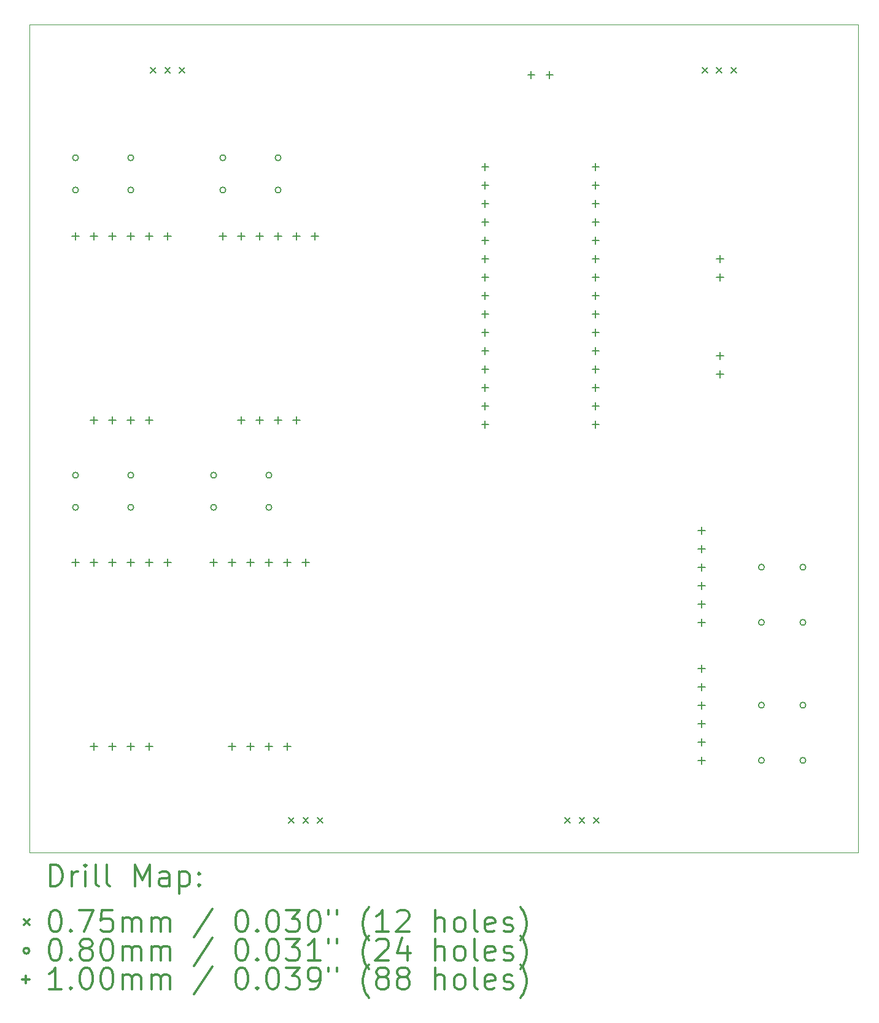
<source format=gbr>
%FSLAX45Y45*%
G04 Gerber Fmt 4.5, Leading zero omitted, Abs format (unit mm)*
G04 Created by KiCad (PCBNEW (5.1.9)-1) date 2022-03-02 13:08:37*
%MOMM*%
%LPD*%
G01*
G04 APERTURE LIST*
%TA.AperFunction,Profile*%
%ADD10C,0.050000*%
%TD*%
%ADD11C,0.200000*%
%ADD12C,0.300000*%
G04 APERTURE END LIST*
D10*
X12636500Y-1206500D02*
X1206500Y-1206500D01*
X12636500Y-12636500D02*
X12636500Y-1206500D01*
X1206500Y-1206500D02*
X1206500Y-12636500D01*
X12636500Y-12636500D02*
X1206500Y-12636500D01*
D11*
X2874000Y-1804000D02*
X2949000Y-1879000D01*
X2949000Y-1804000D02*
X2874000Y-1879000D01*
X3074000Y-1804000D02*
X3149000Y-1879000D01*
X3149000Y-1804000D02*
X3074000Y-1879000D01*
X3274000Y-1804000D02*
X3349000Y-1879000D01*
X3349000Y-1804000D02*
X3274000Y-1879000D01*
X4779000Y-12154500D02*
X4854000Y-12229500D01*
X4854000Y-12154500D02*
X4779000Y-12229500D01*
X4979000Y-12154500D02*
X5054000Y-12229500D01*
X5054000Y-12154500D02*
X4979000Y-12229500D01*
X5179000Y-12154500D02*
X5254000Y-12229500D01*
X5254000Y-12154500D02*
X5179000Y-12229500D01*
X8589000Y-12154500D02*
X8664000Y-12229500D01*
X8664000Y-12154500D02*
X8589000Y-12229500D01*
X8789000Y-12154500D02*
X8864000Y-12229500D01*
X8864000Y-12154500D02*
X8789000Y-12229500D01*
X8989000Y-12154500D02*
X9064000Y-12229500D01*
X9064000Y-12154500D02*
X8989000Y-12229500D01*
X10484500Y-1804000D02*
X10559500Y-1879000D01*
X10559500Y-1804000D02*
X10484500Y-1879000D01*
X10684500Y-1804000D02*
X10759500Y-1879000D01*
X10759500Y-1804000D02*
X10684500Y-1879000D01*
X10884500Y-1804000D02*
X10959500Y-1879000D01*
X10959500Y-1804000D02*
X10884500Y-1879000D01*
X1881500Y-3048000D02*
G75*
G03*
X1881500Y-3048000I-40000J0D01*
G01*
X1881500Y-3492500D02*
G75*
G03*
X1881500Y-3492500I-40000J0D01*
G01*
X1881500Y-7429500D02*
G75*
G03*
X1881500Y-7429500I-40000J0D01*
G01*
X1881500Y-7874000D02*
G75*
G03*
X1881500Y-7874000I-40000J0D01*
G01*
X2643500Y-3048000D02*
G75*
G03*
X2643500Y-3048000I-40000J0D01*
G01*
X2643500Y-3492500D02*
G75*
G03*
X2643500Y-3492500I-40000J0D01*
G01*
X2643500Y-7429500D02*
G75*
G03*
X2643500Y-7429500I-40000J0D01*
G01*
X2643500Y-7874000D02*
G75*
G03*
X2643500Y-7874000I-40000J0D01*
G01*
X3786500Y-7429500D02*
G75*
G03*
X3786500Y-7429500I-40000J0D01*
G01*
X3786500Y-7874000D02*
G75*
G03*
X3786500Y-7874000I-40000J0D01*
G01*
X3913500Y-3048000D02*
G75*
G03*
X3913500Y-3048000I-40000J0D01*
G01*
X3913500Y-3492500D02*
G75*
G03*
X3913500Y-3492500I-40000J0D01*
G01*
X4548500Y-7429500D02*
G75*
G03*
X4548500Y-7429500I-40000J0D01*
G01*
X4548500Y-7874000D02*
G75*
G03*
X4548500Y-7874000I-40000J0D01*
G01*
X4675500Y-3048000D02*
G75*
G03*
X4675500Y-3048000I-40000J0D01*
G01*
X4675500Y-3492500D02*
G75*
G03*
X4675500Y-3492500I-40000J0D01*
G01*
X11343000Y-8699500D02*
G75*
G03*
X11343000Y-8699500I-40000J0D01*
G01*
X11343000Y-9461500D02*
G75*
G03*
X11343000Y-9461500I-40000J0D01*
G01*
X11343000Y-10604500D02*
G75*
G03*
X11343000Y-10604500I-40000J0D01*
G01*
X11343000Y-11366500D02*
G75*
G03*
X11343000Y-11366500I-40000J0D01*
G01*
X11914500Y-8699500D02*
G75*
G03*
X11914500Y-8699500I-40000J0D01*
G01*
X11914500Y-9461500D02*
G75*
G03*
X11914500Y-9461500I-40000J0D01*
G01*
X11914500Y-10604500D02*
G75*
G03*
X11914500Y-10604500I-40000J0D01*
G01*
X11914500Y-11366500D02*
G75*
G03*
X11914500Y-11366500I-40000J0D01*
G01*
X1841500Y-4077500D02*
X1841500Y-4177500D01*
X1791500Y-4127500D02*
X1891500Y-4127500D01*
X1841500Y-8586000D02*
X1841500Y-8686000D01*
X1791500Y-8636000D02*
X1891500Y-8636000D01*
X2095500Y-4077500D02*
X2095500Y-4177500D01*
X2045500Y-4127500D02*
X2145500Y-4127500D01*
X2095500Y-6617500D02*
X2095500Y-6717500D01*
X2045500Y-6667500D02*
X2145500Y-6667500D01*
X2095500Y-8586000D02*
X2095500Y-8686000D01*
X2045500Y-8636000D02*
X2145500Y-8636000D01*
X2095500Y-11126000D02*
X2095500Y-11226000D01*
X2045500Y-11176000D02*
X2145500Y-11176000D01*
X2349500Y-4077500D02*
X2349500Y-4177500D01*
X2299500Y-4127500D02*
X2399500Y-4127500D01*
X2349500Y-6617500D02*
X2349500Y-6717500D01*
X2299500Y-6667500D02*
X2399500Y-6667500D01*
X2349500Y-8586000D02*
X2349500Y-8686000D01*
X2299500Y-8636000D02*
X2399500Y-8636000D01*
X2349500Y-11126000D02*
X2349500Y-11226000D01*
X2299500Y-11176000D02*
X2399500Y-11176000D01*
X2603500Y-4077500D02*
X2603500Y-4177500D01*
X2553500Y-4127500D02*
X2653500Y-4127500D01*
X2603500Y-6617500D02*
X2603500Y-6717500D01*
X2553500Y-6667500D02*
X2653500Y-6667500D01*
X2603500Y-8586000D02*
X2603500Y-8686000D01*
X2553500Y-8636000D02*
X2653500Y-8636000D01*
X2603500Y-11126000D02*
X2603500Y-11226000D01*
X2553500Y-11176000D02*
X2653500Y-11176000D01*
X2857500Y-4077500D02*
X2857500Y-4177500D01*
X2807500Y-4127500D02*
X2907500Y-4127500D01*
X2857500Y-6617500D02*
X2857500Y-6717500D01*
X2807500Y-6667500D02*
X2907500Y-6667500D01*
X2857500Y-8586000D02*
X2857500Y-8686000D01*
X2807500Y-8636000D02*
X2907500Y-8636000D01*
X2857500Y-11126000D02*
X2857500Y-11226000D01*
X2807500Y-11176000D02*
X2907500Y-11176000D01*
X3111500Y-4077500D02*
X3111500Y-4177500D01*
X3061500Y-4127500D02*
X3161500Y-4127500D01*
X3111500Y-8586000D02*
X3111500Y-8686000D01*
X3061500Y-8636000D02*
X3161500Y-8636000D01*
X3746500Y-8586000D02*
X3746500Y-8686000D01*
X3696500Y-8636000D02*
X3796500Y-8636000D01*
X3873500Y-4077500D02*
X3873500Y-4177500D01*
X3823500Y-4127500D02*
X3923500Y-4127500D01*
X4000500Y-8586000D02*
X4000500Y-8686000D01*
X3950500Y-8636000D02*
X4050500Y-8636000D01*
X4000500Y-11126000D02*
X4000500Y-11226000D01*
X3950500Y-11176000D02*
X4050500Y-11176000D01*
X4127500Y-4077500D02*
X4127500Y-4177500D01*
X4077500Y-4127500D02*
X4177500Y-4127500D01*
X4127500Y-6617500D02*
X4127500Y-6717500D01*
X4077500Y-6667500D02*
X4177500Y-6667500D01*
X4254500Y-8586000D02*
X4254500Y-8686000D01*
X4204500Y-8636000D02*
X4304500Y-8636000D01*
X4254500Y-11126000D02*
X4254500Y-11226000D01*
X4204500Y-11176000D02*
X4304500Y-11176000D01*
X4381500Y-4077500D02*
X4381500Y-4177500D01*
X4331500Y-4127500D02*
X4431500Y-4127500D01*
X4381500Y-6617500D02*
X4381500Y-6717500D01*
X4331500Y-6667500D02*
X4431500Y-6667500D01*
X4508500Y-8586000D02*
X4508500Y-8686000D01*
X4458500Y-8636000D02*
X4558500Y-8636000D01*
X4508500Y-11126000D02*
X4508500Y-11226000D01*
X4458500Y-11176000D02*
X4558500Y-11176000D01*
X4635500Y-4077500D02*
X4635500Y-4177500D01*
X4585500Y-4127500D02*
X4685500Y-4127500D01*
X4635500Y-6617500D02*
X4635500Y-6717500D01*
X4585500Y-6667500D02*
X4685500Y-6667500D01*
X4762500Y-8586000D02*
X4762500Y-8686000D01*
X4712500Y-8636000D02*
X4812500Y-8636000D01*
X4762500Y-11126000D02*
X4762500Y-11226000D01*
X4712500Y-11176000D02*
X4812500Y-11176000D01*
X4889500Y-4077500D02*
X4889500Y-4177500D01*
X4839500Y-4127500D02*
X4939500Y-4127500D01*
X4889500Y-6617500D02*
X4889500Y-6717500D01*
X4839500Y-6667500D02*
X4939500Y-6667500D01*
X5016500Y-8586000D02*
X5016500Y-8686000D01*
X4966500Y-8636000D02*
X5066500Y-8636000D01*
X5143500Y-4077500D02*
X5143500Y-4177500D01*
X5093500Y-4127500D02*
X5193500Y-4127500D01*
X7493000Y-3125000D02*
X7493000Y-3225000D01*
X7443000Y-3175000D02*
X7543000Y-3175000D01*
X7493000Y-3379000D02*
X7493000Y-3479000D01*
X7443000Y-3429000D02*
X7543000Y-3429000D01*
X7493000Y-3633000D02*
X7493000Y-3733000D01*
X7443000Y-3683000D02*
X7543000Y-3683000D01*
X7493000Y-3887000D02*
X7493000Y-3987000D01*
X7443000Y-3937000D02*
X7543000Y-3937000D01*
X7493000Y-4141000D02*
X7493000Y-4241000D01*
X7443000Y-4191000D02*
X7543000Y-4191000D01*
X7493000Y-4395000D02*
X7493000Y-4495000D01*
X7443000Y-4445000D02*
X7543000Y-4445000D01*
X7493000Y-4649000D02*
X7493000Y-4749000D01*
X7443000Y-4699000D02*
X7543000Y-4699000D01*
X7493000Y-4903000D02*
X7493000Y-5003000D01*
X7443000Y-4953000D02*
X7543000Y-4953000D01*
X7493000Y-5157000D02*
X7493000Y-5257000D01*
X7443000Y-5207000D02*
X7543000Y-5207000D01*
X7493000Y-5411000D02*
X7493000Y-5511000D01*
X7443000Y-5461000D02*
X7543000Y-5461000D01*
X7493000Y-5665000D02*
X7493000Y-5765000D01*
X7443000Y-5715000D02*
X7543000Y-5715000D01*
X7493000Y-5919000D02*
X7493000Y-6019000D01*
X7443000Y-5969000D02*
X7543000Y-5969000D01*
X7493000Y-6173000D02*
X7493000Y-6273000D01*
X7443000Y-6223000D02*
X7543000Y-6223000D01*
X7493000Y-6427000D02*
X7493000Y-6527000D01*
X7443000Y-6477000D02*
X7543000Y-6477000D01*
X7493000Y-6681000D02*
X7493000Y-6781000D01*
X7443000Y-6731000D02*
X7543000Y-6731000D01*
X8128000Y-1855000D02*
X8128000Y-1955000D01*
X8078000Y-1905000D02*
X8178000Y-1905000D01*
X8382000Y-1855000D02*
X8382000Y-1955000D01*
X8332000Y-1905000D02*
X8432000Y-1905000D01*
X9017000Y-3125000D02*
X9017000Y-3225000D01*
X8967000Y-3175000D02*
X9067000Y-3175000D01*
X9017000Y-3379000D02*
X9017000Y-3479000D01*
X8967000Y-3429000D02*
X9067000Y-3429000D01*
X9017000Y-3633000D02*
X9017000Y-3733000D01*
X8967000Y-3683000D02*
X9067000Y-3683000D01*
X9017000Y-3887000D02*
X9017000Y-3987000D01*
X8967000Y-3937000D02*
X9067000Y-3937000D01*
X9017000Y-4141000D02*
X9017000Y-4241000D01*
X8967000Y-4191000D02*
X9067000Y-4191000D01*
X9017000Y-4395000D02*
X9017000Y-4495000D01*
X8967000Y-4445000D02*
X9067000Y-4445000D01*
X9017000Y-4649000D02*
X9017000Y-4749000D01*
X8967000Y-4699000D02*
X9067000Y-4699000D01*
X9017000Y-4903000D02*
X9017000Y-5003000D01*
X8967000Y-4953000D02*
X9067000Y-4953000D01*
X9017000Y-5157000D02*
X9017000Y-5257000D01*
X8967000Y-5207000D02*
X9067000Y-5207000D01*
X9017000Y-5411000D02*
X9017000Y-5511000D01*
X8967000Y-5461000D02*
X9067000Y-5461000D01*
X9017000Y-5665000D02*
X9017000Y-5765000D01*
X8967000Y-5715000D02*
X9067000Y-5715000D01*
X9017000Y-5919000D02*
X9017000Y-6019000D01*
X8967000Y-5969000D02*
X9067000Y-5969000D01*
X9017000Y-6173000D02*
X9017000Y-6273000D01*
X8967000Y-6223000D02*
X9067000Y-6223000D01*
X9017000Y-6427000D02*
X9017000Y-6527000D01*
X8967000Y-6477000D02*
X9067000Y-6477000D01*
X9017000Y-6681000D02*
X9017000Y-6781000D01*
X8967000Y-6731000D02*
X9067000Y-6731000D01*
X10477500Y-8141500D02*
X10477500Y-8241500D01*
X10427500Y-8191500D02*
X10527500Y-8191500D01*
X10477500Y-8395500D02*
X10477500Y-8495500D01*
X10427500Y-8445500D02*
X10527500Y-8445500D01*
X10477500Y-8649500D02*
X10477500Y-8749500D01*
X10427500Y-8699500D02*
X10527500Y-8699500D01*
X10477500Y-8903500D02*
X10477500Y-9003500D01*
X10427500Y-8953500D02*
X10527500Y-8953500D01*
X10477500Y-9157500D02*
X10477500Y-9257500D01*
X10427500Y-9207500D02*
X10527500Y-9207500D01*
X10477500Y-9411500D02*
X10477500Y-9511500D01*
X10427500Y-9461500D02*
X10527500Y-9461500D01*
X10477500Y-10046500D02*
X10477500Y-10146500D01*
X10427500Y-10096500D02*
X10527500Y-10096500D01*
X10477500Y-10300500D02*
X10477500Y-10400500D01*
X10427500Y-10350500D02*
X10527500Y-10350500D01*
X10477500Y-10554500D02*
X10477500Y-10654500D01*
X10427500Y-10604500D02*
X10527500Y-10604500D01*
X10477500Y-10808500D02*
X10477500Y-10908500D01*
X10427500Y-10858500D02*
X10527500Y-10858500D01*
X10477500Y-11062500D02*
X10477500Y-11162500D01*
X10427500Y-11112500D02*
X10527500Y-11112500D01*
X10477500Y-11316500D02*
X10477500Y-11416500D01*
X10427500Y-11366500D02*
X10527500Y-11366500D01*
X10731500Y-4395000D02*
X10731500Y-4495000D01*
X10681500Y-4445000D02*
X10781500Y-4445000D01*
X10731500Y-4649000D02*
X10731500Y-4749000D01*
X10681500Y-4699000D02*
X10781500Y-4699000D01*
X10731500Y-5728500D02*
X10731500Y-5828500D01*
X10681500Y-5778500D02*
X10781500Y-5778500D01*
X10731500Y-5982500D02*
X10731500Y-6082500D01*
X10681500Y-6032500D02*
X10781500Y-6032500D01*
D12*
X1490428Y-13104714D02*
X1490428Y-12804714D01*
X1561857Y-12804714D01*
X1604714Y-12819000D01*
X1633286Y-12847571D01*
X1647571Y-12876143D01*
X1661857Y-12933286D01*
X1661857Y-12976143D01*
X1647571Y-13033286D01*
X1633286Y-13061857D01*
X1604714Y-13090429D01*
X1561857Y-13104714D01*
X1490428Y-13104714D01*
X1790428Y-13104714D02*
X1790428Y-12904714D01*
X1790428Y-12961857D02*
X1804714Y-12933286D01*
X1819000Y-12919000D01*
X1847571Y-12904714D01*
X1876143Y-12904714D01*
X1976143Y-13104714D02*
X1976143Y-12904714D01*
X1976143Y-12804714D02*
X1961857Y-12819000D01*
X1976143Y-12833286D01*
X1990428Y-12819000D01*
X1976143Y-12804714D01*
X1976143Y-12833286D01*
X2161857Y-13104714D02*
X2133286Y-13090429D01*
X2119000Y-13061857D01*
X2119000Y-12804714D01*
X2319000Y-13104714D02*
X2290428Y-13090429D01*
X2276143Y-13061857D01*
X2276143Y-12804714D01*
X2661857Y-13104714D02*
X2661857Y-12804714D01*
X2761857Y-13019000D01*
X2861857Y-12804714D01*
X2861857Y-13104714D01*
X3133286Y-13104714D02*
X3133286Y-12947571D01*
X3119000Y-12919000D01*
X3090428Y-12904714D01*
X3033286Y-12904714D01*
X3004714Y-12919000D01*
X3133286Y-13090429D02*
X3104714Y-13104714D01*
X3033286Y-13104714D01*
X3004714Y-13090429D01*
X2990428Y-13061857D01*
X2990428Y-13033286D01*
X3004714Y-13004714D01*
X3033286Y-12990429D01*
X3104714Y-12990429D01*
X3133286Y-12976143D01*
X3276143Y-12904714D02*
X3276143Y-13204714D01*
X3276143Y-12919000D02*
X3304714Y-12904714D01*
X3361857Y-12904714D01*
X3390428Y-12919000D01*
X3404714Y-12933286D01*
X3419000Y-12961857D01*
X3419000Y-13047571D01*
X3404714Y-13076143D01*
X3390428Y-13090429D01*
X3361857Y-13104714D01*
X3304714Y-13104714D01*
X3276143Y-13090429D01*
X3547571Y-13076143D02*
X3561857Y-13090429D01*
X3547571Y-13104714D01*
X3533286Y-13090429D01*
X3547571Y-13076143D01*
X3547571Y-13104714D01*
X3547571Y-12919000D02*
X3561857Y-12933286D01*
X3547571Y-12947571D01*
X3533286Y-12933286D01*
X3547571Y-12919000D01*
X3547571Y-12947571D01*
X1129000Y-13561500D02*
X1204000Y-13636500D01*
X1204000Y-13561500D02*
X1129000Y-13636500D01*
X1547571Y-13434714D02*
X1576143Y-13434714D01*
X1604714Y-13449000D01*
X1619000Y-13463286D01*
X1633286Y-13491857D01*
X1647571Y-13549000D01*
X1647571Y-13620429D01*
X1633286Y-13677571D01*
X1619000Y-13706143D01*
X1604714Y-13720429D01*
X1576143Y-13734714D01*
X1547571Y-13734714D01*
X1519000Y-13720429D01*
X1504714Y-13706143D01*
X1490428Y-13677571D01*
X1476143Y-13620429D01*
X1476143Y-13549000D01*
X1490428Y-13491857D01*
X1504714Y-13463286D01*
X1519000Y-13449000D01*
X1547571Y-13434714D01*
X1776143Y-13706143D02*
X1790428Y-13720429D01*
X1776143Y-13734714D01*
X1761857Y-13720429D01*
X1776143Y-13706143D01*
X1776143Y-13734714D01*
X1890428Y-13434714D02*
X2090428Y-13434714D01*
X1961857Y-13734714D01*
X2347571Y-13434714D02*
X2204714Y-13434714D01*
X2190428Y-13577571D01*
X2204714Y-13563286D01*
X2233286Y-13549000D01*
X2304714Y-13549000D01*
X2333286Y-13563286D01*
X2347571Y-13577571D01*
X2361857Y-13606143D01*
X2361857Y-13677571D01*
X2347571Y-13706143D01*
X2333286Y-13720429D01*
X2304714Y-13734714D01*
X2233286Y-13734714D01*
X2204714Y-13720429D01*
X2190428Y-13706143D01*
X2490428Y-13734714D02*
X2490428Y-13534714D01*
X2490428Y-13563286D02*
X2504714Y-13549000D01*
X2533286Y-13534714D01*
X2576143Y-13534714D01*
X2604714Y-13549000D01*
X2619000Y-13577571D01*
X2619000Y-13734714D01*
X2619000Y-13577571D02*
X2633286Y-13549000D01*
X2661857Y-13534714D01*
X2704714Y-13534714D01*
X2733286Y-13549000D01*
X2747571Y-13577571D01*
X2747571Y-13734714D01*
X2890428Y-13734714D02*
X2890428Y-13534714D01*
X2890428Y-13563286D02*
X2904714Y-13549000D01*
X2933286Y-13534714D01*
X2976143Y-13534714D01*
X3004714Y-13549000D01*
X3019000Y-13577571D01*
X3019000Y-13734714D01*
X3019000Y-13577571D02*
X3033286Y-13549000D01*
X3061857Y-13534714D01*
X3104714Y-13534714D01*
X3133286Y-13549000D01*
X3147571Y-13577571D01*
X3147571Y-13734714D01*
X3733286Y-13420429D02*
X3476143Y-13806143D01*
X4119000Y-13434714D02*
X4147571Y-13434714D01*
X4176143Y-13449000D01*
X4190428Y-13463286D01*
X4204714Y-13491857D01*
X4219000Y-13549000D01*
X4219000Y-13620429D01*
X4204714Y-13677571D01*
X4190428Y-13706143D01*
X4176143Y-13720429D01*
X4147571Y-13734714D01*
X4119000Y-13734714D01*
X4090428Y-13720429D01*
X4076143Y-13706143D01*
X4061857Y-13677571D01*
X4047571Y-13620429D01*
X4047571Y-13549000D01*
X4061857Y-13491857D01*
X4076143Y-13463286D01*
X4090428Y-13449000D01*
X4119000Y-13434714D01*
X4347571Y-13706143D02*
X4361857Y-13720429D01*
X4347571Y-13734714D01*
X4333286Y-13720429D01*
X4347571Y-13706143D01*
X4347571Y-13734714D01*
X4547571Y-13434714D02*
X4576143Y-13434714D01*
X4604714Y-13449000D01*
X4619000Y-13463286D01*
X4633286Y-13491857D01*
X4647571Y-13549000D01*
X4647571Y-13620429D01*
X4633286Y-13677571D01*
X4619000Y-13706143D01*
X4604714Y-13720429D01*
X4576143Y-13734714D01*
X4547571Y-13734714D01*
X4519000Y-13720429D01*
X4504714Y-13706143D01*
X4490428Y-13677571D01*
X4476143Y-13620429D01*
X4476143Y-13549000D01*
X4490428Y-13491857D01*
X4504714Y-13463286D01*
X4519000Y-13449000D01*
X4547571Y-13434714D01*
X4747571Y-13434714D02*
X4933286Y-13434714D01*
X4833286Y-13549000D01*
X4876143Y-13549000D01*
X4904714Y-13563286D01*
X4919000Y-13577571D01*
X4933286Y-13606143D01*
X4933286Y-13677571D01*
X4919000Y-13706143D01*
X4904714Y-13720429D01*
X4876143Y-13734714D01*
X4790428Y-13734714D01*
X4761857Y-13720429D01*
X4747571Y-13706143D01*
X5119000Y-13434714D02*
X5147571Y-13434714D01*
X5176143Y-13449000D01*
X5190428Y-13463286D01*
X5204714Y-13491857D01*
X5219000Y-13549000D01*
X5219000Y-13620429D01*
X5204714Y-13677571D01*
X5190428Y-13706143D01*
X5176143Y-13720429D01*
X5147571Y-13734714D01*
X5119000Y-13734714D01*
X5090428Y-13720429D01*
X5076143Y-13706143D01*
X5061857Y-13677571D01*
X5047571Y-13620429D01*
X5047571Y-13549000D01*
X5061857Y-13491857D01*
X5076143Y-13463286D01*
X5090428Y-13449000D01*
X5119000Y-13434714D01*
X5333286Y-13434714D02*
X5333286Y-13491857D01*
X5447571Y-13434714D02*
X5447571Y-13491857D01*
X5890428Y-13849000D02*
X5876143Y-13834714D01*
X5847571Y-13791857D01*
X5833286Y-13763286D01*
X5819000Y-13720429D01*
X5804714Y-13649000D01*
X5804714Y-13591857D01*
X5819000Y-13520429D01*
X5833286Y-13477571D01*
X5847571Y-13449000D01*
X5876143Y-13406143D01*
X5890428Y-13391857D01*
X6161857Y-13734714D02*
X5990428Y-13734714D01*
X6076143Y-13734714D02*
X6076143Y-13434714D01*
X6047571Y-13477571D01*
X6019000Y-13506143D01*
X5990428Y-13520429D01*
X6276143Y-13463286D02*
X6290428Y-13449000D01*
X6319000Y-13434714D01*
X6390428Y-13434714D01*
X6419000Y-13449000D01*
X6433286Y-13463286D01*
X6447571Y-13491857D01*
X6447571Y-13520429D01*
X6433286Y-13563286D01*
X6261857Y-13734714D01*
X6447571Y-13734714D01*
X6804714Y-13734714D02*
X6804714Y-13434714D01*
X6933286Y-13734714D02*
X6933286Y-13577571D01*
X6919000Y-13549000D01*
X6890428Y-13534714D01*
X6847571Y-13534714D01*
X6819000Y-13549000D01*
X6804714Y-13563286D01*
X7119000Y-13734714D02*
X7090428Y-13720429D01*
X7076143Y-13706143D01*
X7061857Y-13677571D01*
X7061857Y-13591857D01*
X7076143Y-13563286D01*
X7090428Y-13549000D01*
X7119000Y-13534714D01*
X7161857Y-13534714D01*
X7190428Y-13549000D01*
X7204714Y-13563286D01*
X7219000Y-13591857D01*
X7219000Y-13677571D01*
X7204714Y-13706143D01*
X7190428Y-13720429D01*
X7161857Y-13734714D01*
X7119000Y-13734714D01*
X7390428Y-13734714D02*
X7361857Y-13720429D01*
X7347571Y-13691857D01*
X7347571Y-13434714D01*
X7619000Y-13720429D02*
X7590428Y-13734714D01*
X7533286Y-13734714D01*
X7504714Y-13720429D01*
X7490428Y-13691857D01*
X7490428Y-13577571D01*
X7504714Y-13549000D01*
X7533286Y-13534714D01*
X7590428Y-13534714D01*
X7619000Y-13549000D01*
X7633286Y-13577571D01*
X7633286Y-13606143D01*
X7490428Y-13634714D01*
X7747571Y-13720429D02*
X7776143Y-13734714D01*
X7833286Y-13734714D01*
X7861857Y-13720429D01*
X7876143Y-13691857D01*
X7876143Y-13677571D01*
X7861857Y-13649000D01*
X7833286Y-13634714D01*
X7790428Y-13634714D01*
X7761857Y-13620429D01*
X7747571Y-13591857D01*
X7747571Y-13577571D01*
X7761857Y-13549000D01*
X7790428Y-13534714D01*
X7833286Y-13534714D01*
X7861857Y-13549000D01*
X7976143Y-13849000D02*
X7990428Y-13834714D01*
X8019000Y-13791857D01*
X8033286Y-13763286D01*
X8047571Y-13720429D01*
X8061857Y-13649000D01*
X8061857Y-13591857D01*
X8047571Y-13520429D01*
X8033286Y-13477571D01*
X8019000Y-13449000D01*
X7990428Y-13406143D01*
X7976143Y-13391857D01*
X1204000Y-13995000D02*
G75*
G03*
X1204000Y-13995000I-40000J0D01*
G01*
X1547571Y-13830714D02*
X1576143Y-13830714D01*
X1604714Y-13845000D01*
X1619000Y-13859286D01*
X1633286Y-13887857D01*
X1647571Y-13945000D01*
X1647571Y-14016429D01*
X1633286Y-14073571D01*
X1619000Y-14102143D01*
X1604714Y-14116429D01*
X1576143Y-14130714D01*
X1547571Y-14130714D01*
X1519000Y-14116429D01*
X1504714Y-14102143D01*
X1490428Y-14073571D01*
X1476143Y-14016429D01*
X1476143Y-13945000D01*
X1490428Y-13887857D01*
X1504714Y-13859286D01*
X1519000Y-13845000D01*
X1547571Y-13830714D01*
X1776143Y-14102143D02*
X1790428Y-14116429D01*
X1776143Y-14130714D01*
X1761857Y-14116429D01*
X1776143Y-14102143D01*
X1776143Y-14130714D01*
X1961857Y-13959286D02*
X1933286Y-13945000D01*
X1919000Y-13930714D01*
X1904714Y-13902143D01*
X1904714Y-13887857D01*
X1919000Y-13859286D01*
X1933286Y-13845000D01*
X1961857Y-13830714D01*
X2019000Y-13830714D01*
X2047571Y-13845000D01*
X2061857Y-13859286D01*
X2076143Y-13887857D01*
X2076143Y-13902143D01*
X2061857Y-13930714D01*
X2047571Y-13945000D01*
X2019000Y-13959286D01*
X1961857Y-13959286D01*
X1933286Y-13973571D01*
X1919000Y-13987857D01*
X1904714Y-14016429D01*
X1904714Y-14073571D01*
X1919000Y-14102143D01*
X1933286Y-14116429D01*
X1961857Y-14130714D01*
X2019000Y-14130714D01*
X2047571Y-14116429D01*
X2061857Y-14102143D01*
X2076143Y-14073571D01*
X2076143Y-14016429D01*
X2061857Y-13987857D01*
X2047571Y-13973571D01*
X2019000Y-13959286D01*
X2261857Y-13830714D02*
X2290428Y-13830714D01*
X2319000Y-13845000D01*
X2333286Y-13859286D01*
X2347571Y-13887857D01*
X2361857Y-13945000D01*
X2361857Y-14016429D01*
X2347571Y-14073571D01*
X2333286Y-14102143D01*
X2319000Y-14116429D01*
X2290428Y-14130714D01*
X2261857Y-14130714D01*
X2233286Y-14116429D01*
X2219000Y-14102143D01*
X2204714Y-14073571D01*
X2190428Y-14016429D01*
X2190428Y-13945000D01*
X2204714Y-13887857D01*
X2219000Y-13859286D01*
X2233286Y-13845000D01*
X2261857Y-13830714D01*
X2490428Y-14130714D02*
X2490428Y-13930714D01*
X2490428Y-13959286D02*
X2504714Y-13945000D01*
X2533286Y-13930714D01*
X2576143Y-13930714D01*
X2604714Y-13945000D01*
X2619000Y-13973571D01*
X2619000Y-14130714D01*
X2619000Y-13973571D02*
X2633286Y-13945000D01*
X2661857Y-13930714D01*
X2704714Y-13930714D01*
X2733286Y-13945000D01*
X2747571Y-13973571D01*
X2747571Y-14130714D01*
X2890428Y-14130714D02*
X2890428Y-13930714D01*
X2890428Y-13959286D02*
X2904714Y-13945000D01*
X2933286Y-13930714D01*
X2976143Y-13930714D01*
X3004714Y-13945000D01*
X3019000Y-13973571D01*
X3019000Y-14130714D01*
X3019000Y-13973571D02*
X3033286Y-13945000D01*
X3061857Y-13930714D01*
X3104714Y-13930714D01*
X3133286Y-13945000D01*
X3147571Y-13973571D01*
X3147571Y-14130714D01*
X3733286Y-13816429D02*
X3476143Y-14202143D01*
X4119000Y-13830714D02*
X4147571Y-13830714D01*
X4176143Y-13845000D01*
X4190428Y-13859286D01*
X4204714Y-13887857D01*
X4219000Y-13945000D01*
X4219000Y-14016429D01*
X4204714Y-14073571D01*
X4190428Y-14102143D01*
X4176143Y-14116429D01*
X4147571Y-14130714D01*
X4119000Y-14130714D01*
X4090428Y-14116429D01*
X4076143Y-14102143D01*
X4061857Y-14073571D01*
X4047571Y-14016429D01*
X4047571Y-13945000D01*
X4061857Y-13887857D01*
X4076143Y-13859286D01*
X4090428Y-13845000D01*
X4119000Y-13830714D01*
X4347571Y-14102143D02*
X4361857Y-14116429D01*
X4347571Y-14130714D01*
X4333286Y-14116429D01*
X4347571Y-14102143D01*
X4347571Y-14130714D01*
X4547571Y-13830714D02*
X4576143Y-13830714D01*
X4604714Y-13845000D01*
X4619000Y-13859286D01*
X4633286Y-13887857D01*
X4647571Y-13945000D01*
X4647571Y-14016429D01*
X4633286Y-14073571D01*
X4619000Y-14102143D01*
X4604714Y-14116429D01*
X4576143Y-14130714D01*
X4547571Y-14130714D01*
X4519000Y-14116429D01*
X4504714Y-14102143D01*
X4490428Y-14073571D01*
X4476143Y-14016429D01*
X4476143Y-13945000D01*
X4490428Y-13887857D01*
X4504714Y-13859286D01*
X4519000Y-13845000D01*
X4547571Y-13830714D01*
X4747571Y-13830714D02*
X4933286Y-13830714D01*
X4833286Y-13945000D01*
X4876143Y-13945000D01*
X4904714Y-13959286D01*
X4919000Y-13973571D01*
X4933286Y-14002143D01*
X4933286Y-14073571D01*
X4919000Y-14102143D01*
X4904714Y-14116429D01*
X4876143Y-14130714D01*
X4790428Y-14130714D01*
X4761857Y-14116429D01*
X4747571Y-14102143D01*
X5219000Y-14130714D02*
X5047571Y-14130714D01*
X5133286Y-14130714D02*
X5133286Y-13830714D01*
X5104714Y-13873571D01*
X5076143Y-13902143D01*
X5047571Y-13916429D01*
X5333286Y-13830714D02*
X5333286Y-13887857D01*
X5447571Y-13830714D02*
X5447571Y-13887857D01*
X5890428Y-14245000D02*
X5876143Y-14230714D01*
X5847571Y-14187857D01*
X5833286Y-14159286D01*
X5819000Y-14116429D01*
X5804714Y-14045000D01*
X5804714Y-13987857D01*
X5819000Y-13916429D01*
X5833286Y-13873571D01*
X5847571Y-13845000D01*
X5876143Y-13802143D01*
X5890428Y-13787857D01*
X5990428Y-13859286D02*
X6004714Y-13845000D01*
X6033286Y-13830714D01*
X6104714Y-13830714D01*
X6133286Y-13845000D01*
X6147571Y-13859286D01*
X6161857Y-13887857D01*
X6161857Y-13916429D01*
X6147571Y-13959286D01*
X5976143Y-14130714D01*
X6161857Y-14130714D01*
X6419000Y-13930714D02*
X6419000Y-14130714D01*
X6347571Y-13816429D02*
X6276143Y-14030714D01*
X6461857Y-14030714D01*
X6804714Y-14130714D02*
X6804714Y-13830714D01*
X6933286Y-14130714D02*
X6933286Y-13973571D01*
X6919000Y-13945000D01*
X6890428Y-13930714D01*
X6847571Y-13930714D01*
X6819000Y-13945000D01*
X6804714Y-13959286D01*
X7119000Y-14130714D02*
X7090428Y-14116429D01*
X7076143Y-14102143D01*
X7061857Y-14073571D01*
X7061857Y-13987857D01*
X7076143Y-13959286D01*
X7090428Y-13945000D01*
X7119000Y-13930714D01*
X7161857Y-13930714D01*
X7190428Y-13945000D01*
X7204714Y-13959286D01*
X7219000Y-13987857D01*
X7219000Y-14073571D01*
X7204714Y-14102143D01*
X7190428Y-14116429D01*
X7161857Y-14130714D01*
X7119000Y-14130714D01*
X7390428Y-14130714D02*
X7361857Y-14116429D01*
X7347571Y-14087857D01*
X7347571Y-13830714D01*
X7619000Y-14116429D02*
X7590428Y-14130714D01*
X7533286Y-14130714D01*
X7504714Y-14116429D01*
X7490428Y-14087857D01*
X7490428Y-13973571D01*
X7504714Y-13945000D01*
X7533286Y-13930714D01*
X7590428Y-13930714D01*
X7619000Y-13945000D01*
X7633286Y-13973571D01*
X7633286Y-14002143D01*
X7490428Y-14030714D01*
X7747571Y-14116429D02*
X7776143Y-14130714D01*
X7833286Y-14130714D01*
X7861857Y-14116429D01*
X7876143Y-14087857D01*
X7876143Y-14073571D01*
X7861857Y-14045000D01*
X7833286Y-14030714D01*
X7790428Y-14030714D01*
X7761857Y-14016429D01*
X7747571Y-13987857D01*
X7747571Y-13973571D01*
X7761857Y-13945000D01*
X7790428Y-13930714D01*
X7833286Y-13930714D01*
X7861857Y-13945000D01*
X7976143Y-14245000D02*
X7990428Y-14230714D01*
X8019000Y-14187857D01*
X8033286Y-14159286D01*
X8047571Y-14116429D01*
X8061857Y-14045000D01*
X8061857Y-13987857D01*
X8047571Y-13916429D01*
X8033286Y-13873571D01*
X8019000Y-13845000D01*
X7990428Y-13802143D01*
X7976143Y-13787857D01*
X1154000Y-14341000D02*
X1154000Y-14441000D01*
X1104000Y-14391000D02*
X1204000Y-14391000D01*
X1647571Y-14526714D02*
X1476143Y-14526714D01*
X1561857Y-14526714D02*
X1561857Y-14226714D01*
X1533286Y-14269571D01*
X1504714Y-14298143D01*
X1476143Y-14312429D01*
X1776143Y-14498143D02*
X1790428Y-14512429D01*
X1776143Y-14526714D01*
X1761857Y-14512429D01*
X1776143Y-14498143D01*
X1776143Y-14526714D01*
X1976143Y-14226714D02*
X2004714Y-14226714D01*
X2033286Y-14241000D01*
X2047571Y-14255286D01*
X2061857Y-14283857D01*
X2076143Y-14341000D01*
X2076143Y-14412429D01*
X2061857Y-14469571D01*
X2047571Y-14498143D01*
X2033286Y-14512429D01*
X2004714Y-14526714D01*
X1976143Y-14526714D01*
X1947571Y-14512429D01*
X1933286Y-14498143D01*
X1919000Y-14469571D01*
X1904714Y-14412429D01*
X1904714Y-14341000D01*
X1919000Y-14283857D01*
X1933286Y-14255286D01*
X1947571Y-14241000D01*
X1976143Y-14226714D01*
X2261857Y-14226714D02*
X2290428Y-14226714D01*
X2319000Y-14241000D01*
X2333286Y-14255286D01*
X2347571Y-14283857D01*
X2361857Y-14341000D01*
X2361857Y-14412429D01*
X2347571Y-14469571D01*
X2333286Y-14498143D01*
X2319000Y-14512429D01*
X2290428Y-14526714D01*
X2261857Y-14526714D01*
X2233286Y-14512429D01*
X2219000Y-14498143D01*
X2204714Y-14469571D01*
X2190428Y-14412429D01*
X2190428Y-14341000D01*
X2204714Y-14283857D01*
X2219000Y-14255286D01*
X2233286Y-14241000D01*
X2261857Y-14226714D01*
X2490428Y-14526714D02*
X2490428Y-14326714D01*
X2490428Y-14355286D02*
X2504714Y-14341000D01*
X2533286Y-14326714D01*
X2576143Y-14326714D01*
X2604714Y-14341000D01*
X2619000Y-14369571D01*
X2619000Y-14526714D01*
X2619000Y-14369571D02*
X2633286Y-14341000D01*
X2661857Y-14326714D01*
X2704714Y-14326714D01*
X2733286Y-14341000D01*
X2747571Y-14369571D01*
X2747571Y-14526714D01*
X2890428Y-14526714D02*
X2890428Y-14326714D01*
X2890428Y-14355286D02*
X2904714Y-14341000D01*
X2933286Y-14326714D01*
X2976143Y-14326714D01*
X3004714Y-14341000D01*
X3019000Y-14369571D01*
X3019000Y-14526714D01*
X3019000Y-14369571D02*
X3033286Y-14341000D01*
X3061857Y-14326714D01*
X3104714Y-14326714D01*
X3133286Y-14341000D01*
X3147571Y-14369571D01*
X3147571Y-14526714D01*
X3733286Y-14212429D02*
X3476143Y-14598143D01*
X4119000Y-14226714D02*
X4147571Y-14226714D01*
X4176143Y-14241000D01*
X4190428Y-14255286D01*
X4204714Y-14283857D01*
X4219000Y-14341000D01*
X4219000Y-14412429D01*
X4204714Y-14469571D01*
X4190428Y-14498143D01*
X4176143Y-14512429D01*
X4147571Y-14526714D01*
X4119000Y-14526714D01*
X4090428Y-14512429D01*
X4076143Y-14498143D01*
X4061857Y-14469571D01*
X4047571Y-14412429D01*
X4047571Y-14341000D01*
X4061857Y-14283857D01*
X4076143Y-14255286D01*
X4090428Y-14241000D01*
X4119000Y-14226714D01*
X4347571Y-14498143D02*
X4361857Y-14512429D01*
X4347571Y-14526714D01*
X4333286Y-14512429D01*
X4347571Y-14498143D01*
X4347571Y-14526714D01*
X4547571Y-14226714D02*
X4576143Y-14226714D01*
X4604714Y-14241000D01*
X4619000Y-14255286D01*
X4633286Y-14283857D01*
X4647571Y-14341000D01*
X4647571Y-14412429D01*
X4633286Y-14469571D01*
X4619000Y-14498143D01*
X4604714Y-14512429D01*
X4576143Y-14526714D01*
X4547571Y-14526714D01*
X4519000Y-14512429D01*
X4504714Y-14498143D01*
X4490428Y-14469571D01*
X4476143Y-14412429D01*
X4476143Y-14341000D01*
X4490428Y-14283857D01*
X4504714Y-14255286D01*
X4519000Y-14241000D01*
X4547571Y-14226714D01*
X4747571Y-14226714D02*
X4933286Y-14226714D01*
X4833286Y-14341000D01*
X4876143Y-14341000D01*
X4904714Y-14355286D01*
X4919000Y-14369571D01*
X4933286Y-14398143D01*
X4933286Y-14469571D01*
X4919000Y-14498143D01*
X4904714Y-14512429D01*
X4876143Y-14526714D01*
X4790428Y-14526714D01*
X4761857Y-14512429D01*
X4747571Y-14498143D01*
X5076143Y-14526714D02*
X5133286Y-14526714D01*
X5161857Y-14512429D01*
X5176143Y-14498143D01*
X5204714Y-14455286D01*
X5219000Y-14398143D01*
X5219000Y-14283857D01*
X5204714Y-14255286D01*
X5190428Y-14241000D01*
X5161857Y-14226714D01*
X5104714Y-14226714D01*
X5076143Y-14241000D01*
X5061857Y-14255286D01*
X5047571Y-14283857D01*
X5047571Y-14355286D01*
X5061857Y-14383857D01*
X5076143Y-14398143D01*
X5104714Y-14412429D01*
X5161857Y-14412429D01*
X5190428Y-14398143D01*
X5204714Y-14383857D01*
X5219000Y-14355286D01*
X5333286Y-14226714D02*
X5333286Y-14283857D01*
X5447571Y-14226714D02*
X5447571Y-14283857D01*
X5890428Y-14641000D02*
X5876143Y-14626714D01*
X5847571Y-14583857D01*
X5833286Y-14555286D01*
X5819000Y-14512429D01*
X5804714Y-14441000D01*
X5804714Y-14383857D01*
X5819000Y-14312429D01*
X5833286Y-14269571D01*
X5847571Y-14241000D01*
X5876143Y-14198143D01*
X5890428Y-14183857D01*
X6047571Y-14355286D02*
X6019000Y-14341000D01*
X6004714Y-14326714D01*
X5990428Y-14298143D01*
X5990428Y-14283857D01*
X6004714Y-14255286D01*
X6019000Y-14241000D01*
X6047571Y-14226714D01*
X6104714Y-14226714D01*
X6133286Y-14241000D01*
X6147571Y-14255286D01*
X6161857Y-14283857D01*
X6161857Y-14298143D01*
X6147571Y-14326714D01*
X6133286Y-14341000D01*
X6104714Y-14355286D01*
X6047571Y-14355286D01*
X6019000Y-14369571D01*
X6004714Y-14383857D01*
X5990428Y-14412429D01*
X5990428Y-14469571D01*
X6004714Y-14498143D01*
X6019000Y-14512429D01*
X6047571Y-14526714D01*
X6104714Y-14526714D01*
X6133286Y-14512429D01*
X6147571Y-14498143D01*
X6161857Y-14469571D01*
X6161857Y-14412429D01*
X6147571Y-14383857D01*
X6133286Y-14369571D01*
X6104714Y-14355286D01*
X6333286Y-14355286D02*
X6304714Y-14341000D01*
X6290428Y-14326714D01*
X6276143Y-14298143D01*
X6276143Y-14283857D01*
X6290428Y-14255286D01*
X6304714Y-14241000D01*
X6333286Y-14226714D01*
X6390428Y-14226714D01*
X6419000Y-14241000D01*
X6433286Y-14255286D01*
X6447571Y-14283857D01*
X6447571Y-14298143D01*
X6433286Y-14326714D01*
X6419000Y-14341000D01*
X6390428Y-14355286D01*
X6333286Y-14355286D01*
X6304714Y-14369571D01*
X6290428Y-14383857D01*
X6276143Y-14412429D01*
X6276143Y-14469571D01*
X6290428Y-14498143D01*
X6304714Y-14512429D01*
X6333286Y-14526714D01*
X6390428Y-14526714D01*
X6419000Y-14512429D01*
X6433286Y-14498143D01*
X6447571Y-14469571D01*
X6447571Y-14412429D01*
X6433286Y-14383857D01*
X6419000Y-14369571D01*
X6390428Y-14355286D01*
X6804714Y-14526714D02*
X6804714Y-14226714D01*
X6933286Y-14526714D02*
X6933286Y-14369571D01*
X6919000Y-14341000D01*
X6890428Y-14326714D01*
X6847571Y-14326714D01*
X6819000Y-14341000D01*
X6804714Y-14355286D01*
X7119000Y-14526714D02*
X7090428Y-14512429D01*
X7076143Y-14498143D01*
X7061857Y-14469571D01*
X7061857Y-14383857D01*
X7076143Y-14355286D01*
X7090428Y-14341000D01*
X7119000Y-14326714D01*
X7161857Y-14326714D01*
X7190428Y-14341000D01*
X7204714Y-14355286D01*
X7219000Y-14383857D01*
X7219000Y-14469571D01*
X7204714Y-14498143D01*
X7190428Y-14512429D01*
X7161857Y-14526714D01*
X7119000Y-14526714D01*
X7390428Y-14526714D02*
X7361857Y-14512429D01*
X7347571Y-14483857D01*
X7347571Y-14226714D01*
X7619000Y-14512429D02*
X7590428Y-14526714D01*
X7533286Y-14526714D01*
X7504714Y-14512429D01*
X7490428Y-14483857D01*
X7490428Y-14369571D01*
X7504714Y-14341000D01*
X7533286Y-14326714D01*
X7590428Y-14326714D01*
X7619000Y-14341000D01*
X7633286Y-14369571D01*
X7633286Y-14398143D01*
X7490428Y-14426714D01*
X7747571Y-14512429D02*
X7776143Y-14526714D01*
X7833286Y-14526714D01*
X7861857Y-14512429D01*
X7876143Y-14483857D01*
X7876143Y-14469571D01*
X7861857Y-14441000D01*
X7833286Y-14426714D01*
X7790428Y-14426714D01*
X7761857Y-14412429D01*
X7747571Y-14383857D01*
X7747571Y-14369571D01*
X7761857Y-14341000D01*
X7790428Y-14326714D01*
X7833286Y-14326714D01*
X7861857Y-14341000D01*
X7976143Y-14641000D02*
X7990428Y-14626714D01*
X8019000Y-14583857D01*
X8033286Y-14555286D01*
X8047571Y-14512429D01*
X8061857Y-14441000D01*
X8061857Y-14383857D01*
X8047571Y-14312429D01*
X8033286Y-14269571D01*
X8019000Y-14241000D01*
X7990428Y-14198143D01*
X7976143Y-14183857D01*
M02*

</source>
